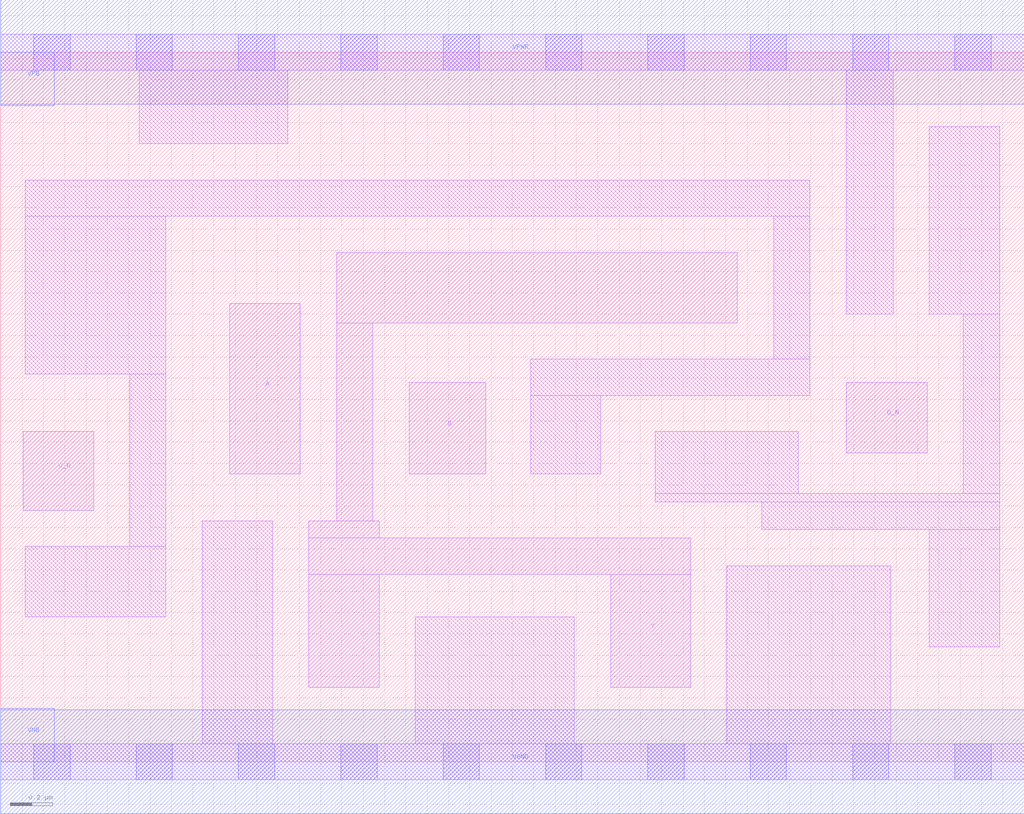
<source format=lef>
# Copyright 2020 The SkyWater PDK Authors
#
# Licensed under the Apache License, Version 2.0 (the "License");
# you may not use this file except in compliance with the License.
# You may obtain a copy of the License at
#
#     https://www.apache.org/licenses/LICENSE-2.0
#
# Unless required by applicable law or agreed to in writing, software
# distributed under the License is distributed on an "AS IS" BASIS,
# WITHOUT WARRANTIES OR CONDITIONS OF ANY KIND, either express or implied.
# See the License for the specific language governing permissions and
# limitations under the License.
#
# SPDX-License-Identifier: Apache-2.0

VERSION 5.5 ;
NAMESCASESENSITIVE ON ;
BUSBITCHARS "[]" ;
DIVIDERCHAR "/" ;
MACRO sky130_fd_sc_ms__nor4bb_1
  CLASS CORE ;
  SOURCE USER ;
  ORIGIN  0.000000  0.000000 ;
  SIZE  4.800000 BY  3.330000 ;
  SYMMETRY X Y ;
  SITE unit ;
  PIN A
    ANTENNAGATEAREA  0.279000 ;
    DIRECTION INPUT ;
    USE SIGNAL ;
    PORT
      LAYER li1 ;
        RECT 1.075000 1.350000 1.405000 2.150000 ;
    END
  END A
  PIN B
    ANTENNAGATEAREA  0.279000 ;
    DIRECTION INPUT ;
    USE SIGNAL ;
    PORT
      LAYER li1 ;
        RECT 1.915000 1.350000 2.275000 1.780000 ;
    END
  END B
  PIN C_N
    ANTENNAGATEAREA  0.208000 ;
    DIRECTION INPUT ;
    USE SIGNAL ;
    PORT
      LAYER li1 ;
        RECT 0.105000 1.180000 0.435000 1.550000 ;
    END
  END C_N
  PIN D_N
    ANTENNAGATEAREA  0.208000 ;
    DIRECTION INPUT ;
    USE SIGNAL ;
    PORT
      LAYER li1 ;
        RECT 3.965000 1.450000 4.345000 1.780000 ;
    END
  END D_N
  PIN Y
    ANTENNADIFFAREA  0.848400 ;
    DIRECTION OUTPUT ;
    USE SIGNAL ;
    PORT
      LAYER li1 ;
        RECT 1.445000 0.350000 1.775000 0.880000 ;
        RECT 1.445000 0.880000 3.235000 1.050000 ;
        RECT 1.445000 1.050000 1.775000 1.130000 ;
        RECT 1.575000 1.130000 1.745000 2.060000 ;
        RECT 1.575000 2.060000 3.455000 2.390000 ;
        RECT 2.860000 0.350000 3.235000 0.880000 ;
    END
  END Y
  PIN VGND
    DIRECTION INOUT ;
    USE GROUND ;
    PORT
      LAYER met1 ;
        RECT 0.000000 -0.245000 4.800000 0.245000 ;
    END
  END VGND
  PIN VNB
    DIRECTION INOUT ;
    USE GROUND ;
    PORT
      LAYER met1 ;
        RECT 0.000000 0.000000 0.250000 0.250000 ;
    END
  END VNB
  PIN VPB
    DIRECTION INOUT ;
    USE POWER ;
    PORT
      LAYER met1 ;
        RECT 0.000000 3.080000 0.250000 3.330000 ;
    END
  END VPB
  PIN VPWR
    DIRECTION INOUT ;
    USE POWER ;
    PORT
      LAYER met1 ;
        RECT 0.000000 3.085000 4.800000 3.575000 ;
    END
  END VPWR
  OBS
    LAYER li1 ;
      RECT 0.000000 -0.085000 4.800000 0.085000 ;
      RECT 0.000000  3.245000 4.800000 3.415000 ;
      RECT 0.115000  0.680000 0.775000 1.010000 ;
      RECT 0.115000  1.820000 0.775000 2.560000 ;
      RECT 0.115000  2.560000 3.795000 2.730000 ;
      RECT 0.605000  1.010000 0.775000 1.820000 ;
      RECT 0.650000  2.900000 1.345000 3.245000 ;
      RECT 0.945000  0.085000 1.275000 1.130000 ;
      RECT 1.945000  0.085000 2.690000 0.680000 ;
      RECT 2.485000  1.350000 2.815000 1.720000 ;
      RECT 2.485000  1.720000 3.795000 1.890000 ;
      RECT 3.070000  1.220000 4.685000 1.260000 ;
      RECT 3.070000  1.260000 3.740000 1.550000 ;
      RECT 3.405000  0.085000 4.175000 0.920000 ;
      RECT 3.570000  1.090000 4.685000 1.220000 ;
      RECT 3.625000  1.890000 3.795000 2.560000 ;
      RECT 3.965000  2.100000 4.185000 3.245000 ;
      RECT 4.355000  0.540000 4.685000 1.090000 ;
      RECT 4.355000  2.100000 4.685000 2.980000 ;
      RECT 4.515000  1.260000 4.685000 2.100000 ;
    LAYER mcon ;
      RECT 0.155000 -0.085000 0.325000 0.085000 ;
      RECT 0.155000  3.245000 0.325000 3.415000 ;
      RECT 0.635000 -0.085000 0.805000 0.085000 ;
      RECT 0.635000  3.245000 0.805000 3.415000 ;
      RECT 1.115000 -0.085000 1.285000 0.085000 ;
      RECT 1.115000  3.245000 1.285000 3.415000 ;
      RECT 1.595000 -0.085000 1.765000 0.085000 ;
      RECT 1.595000  3.245000 1.765000 3.415000 ;
      RECT 2.075000 -0.085000 2.245000 0.085000 ;
      RECT 2.075000  3.245000 2.245000 3.415000 ;
      RECT 2.555000 -0.085000 2.725000 0.085000 ;
      RECT 2.555000  3.245000 2.725000 3.415000 ;
      RECT 3.035000 -0.085000 3.205000 0.085000 ;
      RECT 3.035000  3.245000 3.205000 3.415000 ;
      RECT 3.515000 -0.085000 3.685000 0.085000 ;
      RECT 3.515000  3.245000 3.685000 3.415000 ;
      RECT 3.995000 -0.085000 4.165000 0.085000 ;
      RECT 3.995000  3.245000 4.165000 3.415000 ;
      RECT 4.475000 -0.085000 4.645000 0.085000 ;
      RECT 4.475000  3.245000 4.645000 3.415000 ;
  END
END sky130_fd_sc_ms__nor4bb_1
END LIBRARY

</source>
